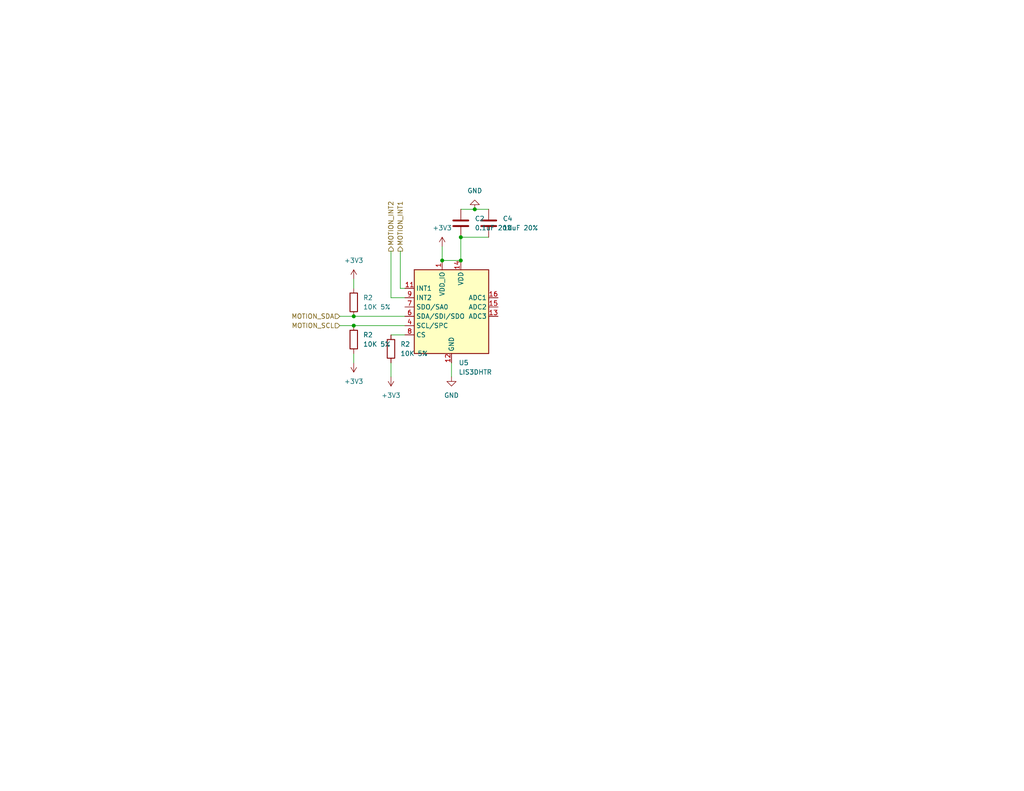
<source format=kicad_sch>
(kicad_sch (version 20230121) (generator eeschema)
  (paper "USLetter")
  (title_block (title "Motion Sensing") (date "2023-05-30") (rev "1.0") (company "Thomas Reidemeister <treideme@gmail.com>") (comment 1 "Released under CERN-OHL-P (see LICENSE)"))
  (lib_symbols
    (symbol "Device:C" (pin_numbers hide) (pin_names (offset 0.254))
      (property "Reference" "C" (at 0.635 2.54 0))
      (property "Value" "C" (at 0.635 -2.54 0))
      (symbol "C_0_1"
        (polyline (pts (xy -2.032 -0.762) (xy 2.032 -0.762)) (stroke (width 0.508)))
        (polyline (pts (xy -2.032 0.762) (xy 2.032 0.762)) (stroke (width 0.508)))
      )
      (symbol "C_1_1"
        (pin passive line (at 0 3.81 270) (length 2.794) (name "~") (number "1"))
        (pin passive line (at 0 -3.81 90) (length 2.794) (name "~") (number "2"))
      )
    )
    (symbol "Device:R" (pin_numbers hide) (pin_names (offset 0))
      (property "Reference" "R" (at 2.032 0 90))
      (property "Value" "R" (at 0 0 90))
      (symbol "R_0_1"
        (rectangle (start -1.016 -2.54) (end 1.016 2.54) (stroke (width 0.254)))
      )
      (symbol "R_1_1"
        (pin passive line (at 0 3.81 270) (length 1.27) (name "~") (number "1"))
        (pin passive line (at 0 -3.81 90) (length 1.27) (name "~") (number "2"))
      )
    )
    (symbol "Sensor_Motion:LIS3DH"
      (property "Reference" "U" (at -7.62 11.43 0))
      (property "Value" "LIS3DH" (at 6.35 11.43 0))
      (symbol "LIS3DH_0_1"
        (rectangle (start -10.16 10.16) (end 10.16 -12.7) (stroke (width 0.254)) (fill (type background)))
      )
      (symbol "LIS3DH_1_1"
        (pin power_in line (at -2.54 12.7 270) (length 2.54) (name "VDD_IO") (number "1"))
        (pin passive line (at 0 -15.24 90) (length 2.54) hide (name "GND") (number "10"))
        (pin output line (at -12.7 5.08 0) (length 2.54) (name "INT1") (number "11"))
        (pin power_in line (at 0 -15.24 90) (length 2.54) (name "GND") (number "12"))
        (pin input line (at 12.7 -2.54 180) (length 2.54) (name "ADC3") (number "13"))
        (pin power_in line (at 2.54 12.7 270) (length 2.54) (name "VDD") (number "14"))
        (pin input line (at 12.7 0 180) (length 2.54) (name "ADC2") (number "15"))
        (pin input line (at 12.7 2.54 180) (length 2.54) (name "ADC1") (number "16"))
        (pin no_connect line (at 10.16 5.08 180) (length 2.54) hide (name "NC") (number "2"))
        (pin no_connect line (at 10.16 7.62 180) (length 2.54) hide (name "NC") (number "3"))
        (pin input line (at -12.7 -5.08 0) (length 2.54) (name "SCL/SPC") (number "4"))
        (pin passive line (at 0 -15.24 90) (length 2.54) hide (name "GND") (number "5"))
        (pin bidirectional line (at -12.7 -2.54 0) (length 2.54) (name "SDA/SDI/SDO") (number "6"))
        (pin bidirectional line (at -12.7 0 0) (length 2.54) (name "SDO/SA0") (number "7"))
        (pin input line (at -12.7 -7.62 0) (length 2.54) (name "CS") (number "8"))
        (pin output line (at -12.7 2.54 0) (length 2.54) (name "INT2") (number "9"))
      )
    )
    (symbol "power:+3V3" (power) (pin_names (offset 0))
      (property "Value" "+3V3" (at 0 3.556 0))
      (symbol "+3V3_0_1"
        (polyline (pts (xy -0.762 1.27) (xy 0 2.54)))
        (polyline (pts (xy 0 0) (xy 0 2.54)))
        (polyline (pts (xy 0 2.54) (xy 0.762 1.27)))
      )
      (symbol "+3V3_1_1"
        (pin power_in line (at 0 0 90) (length 0) hide (name "+3V3") (number "1"))
      )
    )
    (symbol "power:GND" (power) (pin_names (offset 0))
      (property "Value" "GND" (at 0 -3.81 0))
      (symbol "GND_0_1"
        (polyline (pts (xy 0 0) (xy 0 -1.27) (xy 1.27 -1.27) (xy 0 -2.54) (xy -1.27 -1.27) (xy 0 -1.27)))
      )
      (symbol "GND_1_1"
        (pin power_in line (at 0 0 270) (length 0) hide (name "GND") (number "1"))
      )
    )
  )
  (junction (at 129.54 57.15))
  (junction (at 120.65 71.12))
  (junction (at 125.73 71.12))
  (junction (at 96.52 86.36))
  (junction (at 125.73 64.77))
  (junction (at 96.52 88.9))
  (wire (pts (xy 92.71 86.36) (xy 96.52 86.36)))
  (wire (pts (xy 109.22 68.58) (xy 109.22 78.74)))
  (wire (pts (xy 96.52 88.9) (xy 110.49 88.9)))
  (wire (pts (xy 106.68 99.06) (xy 106.68 102.87)))
  (wire (pts (xy 106.68 91.44) (xy 110.49 91.44)))
  (wire (pts (xy 125.73 64.77) (xy 125.73 71.12)))
  (wire (pts (xy 96.52 86.36) (xy 110.49 86.36)))
  (wire (pts (xy 129.54 57.15) (xy 133.35 57.15)))
  (wire (pts (xy 120.65 71.12) (xy 125.73 71.12)))
  (wire (pts (xy 96.52 76.2) (xy 96.52 78.74)))
  (wire (pts (xy 96.52 96.52) (xy 96.52 99.06)))
  (wire (pts (xy 110.49 78.74) (xy 109.22 78.74)))
  (wire (pts (xy 123.19 99.06) (xy 123.19 102.87)))
  (wire (pts (xy 125.73 64.77) (xy 133.35 64.77)))
  (wire (pts (xy 106.68 68.58) (xy 106.68 81.28)))
  (wire (pts (xy 120.65 67.31) (xy 120.65 71.12)))
  (wire (pts (xy 125.73 57.15) (xy 129.54 57.15)))
  (wire (pts (xy 110.49 81.28) (xy 106.68 81.28)))
  (wire (pts (xy 92.71 88.9) (xy 96.52 88.9)))
  (hierarchical_label "MOTION_INT1" (shape output) (at 109.22 68.58 90))
  (hierarchical_label "MOTION_SCL" (shape input) (at 92.71 88.9 180))
  (hierarchical_label "MOTION_SDA" (shape input) (at 92.71 86.36 180))
  (hierarchical_label "MOTION_INT2" (shape output) (at 106.68 68.58 90))
  (symbol (lib_id "Device:R") (at 106.68 95.25 0) (unit 1)
    (property "Reference" "R2" (at 109.22 93.98 0) (effects (justify left)))
    (property "Value" "10K 5%" (at 109.22 96.52 0) (effects (justify left)))
    (property "Footprint" "Resistor_SMD:R_0402_1005Metric_Pad0.72x0.64mm_HandSolder" (effects hide))
    (property "Datasheet" "https://www.lcsc.com/product-detail/Chip-Resistor-Surface-Mount_FOJAN-FRC0402J103-TS_C2906885.html" (effects hide))
    (property "LCSC" "C2906885" (effects hide))
    (instances (project "reaction-trainer" (path "" (reference "R2") (unit 1)) (path "" (reference "R15") (unit 1))))
  )
  (symbol (lib_id "power:GND") (at 129.54 57.15 180) (unit 1)
    (property "Reference" "#PWR047" (effects hide))
    (property "Value" "GND" (at 129.54 52.07 0))
  )
  (symbol (lib_id "power:+3V3") (at 96.52 99.06 180) (unit 1)
    (property "Reference" "#PWR050" (effects hide))
    (property "Value" "+3V3" (at 96.52 104.14 0))
  )
  (symbol (lib_id "Sensor_Motion:LIS3DH") (at 123.19 83.82 0) (unit 1)
    (property "Reference" "U5" (at 125.1459 99.06 0) (effects (justify left)))
    (property "Value" "LIS3DHTR" (at 125.1459 101.6 0) (effects (justify left)))
    (property "Footprint" "Package_LGA:LGA-16_3x3mm_P0.5mm_LayoutBorder3x5y" (effects hide))
    (property "Datasheet" "https://www.st.com/resource/en/datasheet/cd00274221.pdf" (effects hide))
    (property "LCSC" "C15134" (effects hide))
  )
  (symbol (lib_id "Device:C") (at 133.35 60.96 0) (unit 1)
    (property "Reference" "C4" (at 137.16 59.69 0) (effects (justify left)))
    (property "Value" "10uF 20%" (at 137.16 62.23 0) (effects (justify left)))
    (property "Footprint" "Capacitor_SMD:C_0402_1005Metric_Pad0.74x0.62mm_HandSolder" (effects hide))
    (property "Datasheet" "https://www.lcsc.com/product-detail/Multilayer-Ceramic-Capacitors-MLCC-SMD-SMT_Samsung-Electro-Mechanics-CL05A106MP5NUNC_C315248.html" (effects hide))
    (property "LCSC" "C315248" (effects hide))
    (instances (project "reaction-trainer" (path "" (reference "C4") (unit 1)) (path "" (reference "C17") (unit 1)) (path "" (reference "C19") (unit 1))))
  )
  (symbol (lib_id "power:GND") (at 123.19 102.87 0) (unit 1)
    (property "Reference" "#PWR051" (effects hide))
    (property "Value" "GND" (at 123.19 107.95 0))
  )
  (symbol (lib_id "power:+3V3") (at 96.52 76.2 0) (unit 1)
    (property "Reference" "#PWR049" (effects hide))
    (property "Value" "+3V3" (at 96.52 71.12 0))
  )
  (symbol (lib_id "power:+3V3") (at 106.68 102.87 180) (unit 1)
    (property "Reference" "#PWR052" (effects hide))
    (property "Value" "+3V3" (at 106.68 107.95 0))
  )
  (symbol (lib_id "Device:R") (at 96.52 82.55 0) (unit 1)
    (property "Reference" "R2" (at 99.06 81.28 0) (effects (justify left)))
    (property "Value" "10K 5%" (at 99.06 83.82 0) (effects (justify left)))
    (property "Footprint" "Resistor_SMD:R_0402_1005Metric_Pad0.72x0.64mm_HandSolder" (effects hide))
    (property "Datasheet" "https://www.lcsc.com/product-detail/Chip-Resistor-Surface-Mount_FOJAN-FRC0402J103-TS_C2906885.html" (effects hide))
    (property "LCSC" "C2906885" (effects hide))
    (instances (project "reaction-trainer" (path "" (reference "R2") (unit 1)) (path "" (reference "R12") (unit 1))))
  )
  (symbol (lib_id "Device:R") (at 96.52 92.71 0) (unit 1)
    (property "Reference" "R2" (at 99.06 91.44 0) (effects (justify left)))
    (property "Value" "10K 5%" (at 99.06 93.98 0) (effects (justify left)))
    (property "Footprint" "Resistor_SMD:R_0402_1005Metric_Pad0.72x0.64mm_HandSolder" (effects hide))
    (property "Datasheet" "https://www.lcsc.com/product-detail/Chip-Resistor-Surface-Mount_FOJAN-FRC0402J103-TS_C2906885.html" (effects hide))
    (property "LCSC" "C2906885" (effects hide))
    (instances (project "reaction-trainer" (path "" (reference "R2") (unit 1)) (path "" (reference "R14") (unit 1))))
  )
  (symbol (lib_id "Device:C") (at 125.73 60.96 0) (unit 1)
    (property "Reference" "C2" (at 129.54 59.69 0) (effects (justify left)))
    (property "Value" "0.1uF 20%" (at 129.54 62.23 0) (effects (justify left)))
    (property "Footprint" "Capacitor_SMD:C_0402_1005Metric_Pad0.74x0.62mm_HandSolder" (effects hide))
    (property "Datasheet" "https://www.lcsc.com/product-detail/Multilayer-Ceramic-Capacitors-MLCC-SMD-SMT_CCTC-TCC0402X5R104M250AT_C359190.html" (effects hide))
    (property "LCSC" "C359190" (effects hide))
    (instances (project "reaction-trainer" (path "" (reference "C2") (unit 1)) (path "" (reference "C23") (unit 1))))
  )
  (symbol (lib_id "power:+3V3") (at 120.65 67.31 0) (unit 1)
    (property "Reference" "#PWR048" (effects hide))
    (property "Value" "+3V3" (at 120.65 62.23 0))
  )
)
</source>
